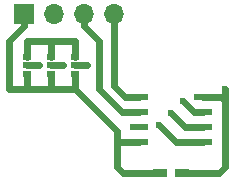
<source format=gtl>
G04 #@! TF.FileFunction,Copper,L1,Top,Signal*
%FSLAX46Y46*%
G04 Gerber Fmt 4.6, Leading zero omitted, Abs format (unit mm)*
G04 Created by KiCad (PCBNEW 4.0.6) date Fri Jul 21 16:03:20 2017*
%MOMM*%
%LPD*%
G01*
G04 APERTURE LIST*
%ADD10C,0.100000*%
%ADD11R,1.550000X0.600000*%
%ADD12R,1.700000X1.700000*%
%ADD13O,1.700000X1.700000*%
%ADD14R,1.200000X0.750000*%
%ADD15R,0.762000X0.508000*%
%ADD16C,0.600000*%
%ADD17C,0.600000*%
G04 APERTURE END LIST*
D10*
D11*
X70706000Y-46990000D03*
X70706000Y-48260000D03*
X70706000Y-49530000D03*
X70706000Y-50800000D03*
X76106000Y-50800000D03*
X76106000Y-49530000D03*
X76106000Y-48260000D03*
X76106000Y-46990000D03*
D12*
X60960000Y-40005000D03*
D13*
X63500000Y-40005000D03*
X66040000Y-40005000D03*
X68580000Y-40005000D03*
D14*
X72456000Y-53467000D03*
X74356000Y-53467000D03*
D15*
X65278000Y-44323000D03*
X65278000Y-45034200D03*
X65278000Y-43611800D03*
X63246000Y-44323000D03*
X63246000Y-45034200D03*
X63246000Y-43611800D03*
X61214000Y-44323000D03*
X61214000Y-45034200D03*
X61214000Y-43611800D03*
D16*
X77978000Y-46355000D03*
X63246000Y-42291000D03*
X74422000Y-47371000D03*
X66294000Y-44323000D03*
X73406000Y-48387000D03*
X64262000Y-44323000D03*
X72390000Y-49403000D03*
X62230000Y-44323000D03*
D17*
X77978000Y-46355000D02*
X77978000Y-47371000D01*
X63246000Y-43611800D02*
X63246000Y-42291000D01*
X61214000Y-43611800D02*
X61214000Y-42291000D01*
X65278000Y-42291000D02*
X65278000Y-43622998D01*
X61214000Y-42291000D02*
X65278000Y-42291000D01*
X65278000Y-43622998D02*
X65278000Y-43611800D01*
X76106000Y-46990000D02*
X77597000Y-46990000D01*
X77597000Y-46990000D02*
X77978000Y-47371000D01*
X77470000Y-53467000D02*
X74356000Y-53467000D01*
X77978000Y-47371000D02*
X77978000Y-52959000D01*
X77978000Y-52959000D02*
X77470000Y-53467000D01*
X60960000Y-40005000D02*
X60960000Y-41021000D01*
X59690000Y-46355000D02*
X61214000Y-46355000D01*
X59690000Y-42291000D02*
X59690000Y-46355000D01*
X60960000Y-41021000D02*
X59690000Y-42291000D01*
X68834000Y-51435000D02*
X68834000Y-49911000D01*
X68834000Y-49911000D02*
X65278000Y-46355000D01*
X63246000Y-45034200D02*
X63246000Y-46355000D01*
X65278000Y-46355000D02*
X63246000Y-46355000D01*
X63246000Y-46355000D02*
X61214000Y-46355000D01*
X61214000Y-46355000D02*
X61214000Y-45034200D01*
X65278000Y-46355000D02*
X65278000Y-45034200D01*
X70706000Y-50800000D02*
X68961000Y-50800000D01*
X69342000Y-53467000D02*
X72456000Y-53467000D01*
X68834000Y-52959000D02*
X69342000Y-53467000D01*
X68834000Y-50927000D02*
X68834000Y-51435000D01*
X68834000Y-51435000D02*
X68834000Y-52959000D01*
X68961000Y-50800000D02*
X68834000Y-50927000D01*
X68580000Y-40005000D02*
X68580000Y-46101000D01*
X69469000Y-46990000D02*
X70706000Y-46990000D01*
X68580000Y-46101000D02*
X69469000Y-46990000D01*
X66040000Y-40005000D02*
X66040000Y-41021000D01*
X69215000Y-48260000D02*
X70706000Y-48260000D01*
X67310000Y-46355000D02*
X69215000Y-48260000D01*
X67310000Y-42291000D02*
X67310000Y-46355000D01*
X66040000Y-41021000D02*
X67310000Y-42291000D01*
X65278000Y-44323000D02*
X66294000Y-44323000D01*
X75311000Y-48260000D02*
X76106000Y-48260000D01*
X74422000Y-47371000D02*
X75311000Y-48260000D01*
X63246000Y-44323000D02*
X64262000Y-44323000D01*
X74549000Y-49530000D02*
X76106000Y-49530000D01*
X73406000Y-48387000D02*
X74549000Y-49530000D01*
X61214000Y-44323000D02*
X62230000Y-44323000D01*
X73787000Y-50800000D02*
X76106000Y-50800000D01*
X72390000Y-49403000D02*
X73787000Y-50800000D01*
M02*

</source>
